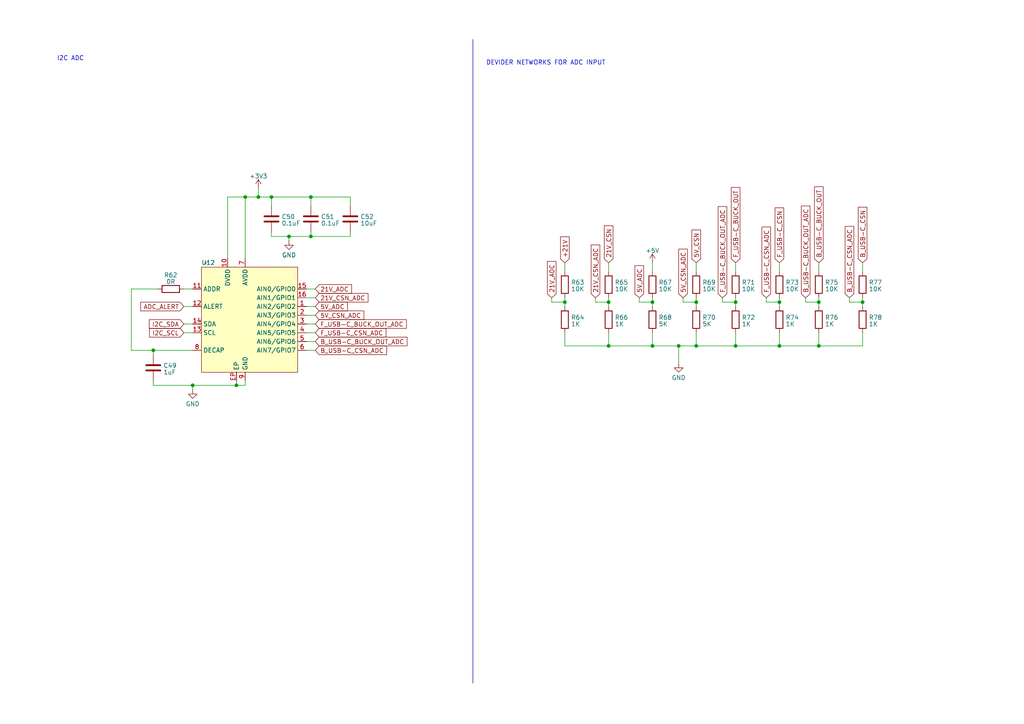
<source format=kicad_sch>
(kicad_sch (version 20230121) (generator eeschema)
  (paper "A4")
  (lib_symbols
    (symbol "CARTHING:ADS7128"
      (property "Reference" "U" (at -11.43 16.51 0))
      (symbol "ADS7128_1_1"
        (rectangle (start -12.7 15.24) (end 15.24 -15.24) (fill (type background)))
        (pin bidirectional line (at 17.78 3.81 180) (length 2.54) (name "AIN2/GPIO2") (number "1"))
        (pin power_in line (at -5.08 17.78 270) (length 2.54) (name "DVDD") (number "10"))
        (pin input line (at -15.24 8.89 0) (length 2.54) (name "ADDR") (number "11"))
        (pin output line (at -15.24 3.81 0) (length 2.54) (name "ALERT") (number "12"))
        (pin bidirectional line (at -15.24 -3.81 0) (length 2.54) (name "SCL") (number "13"))
        (pin bidirectional line (at -15.24 -1.27 0) (length 2.54) (name "SDA") (number "14"))
        (pin bidirectional line (at 17.78 8.89 180) (length 2.54) (name "AIN0/GPIO0") (number "15"))
        (pin bidirectional line (at 17.78 6.35 180) (length 2.54) (name "AIN1/GPIO1") (number "16"))
        (pin bidirectional line (at 17.78 1.27 180) (length 2.54) (name "AIN3/GPIO3") (number "2"))
        (pin bidirectional line (at 17.78 -1.27 180) (length 2.54) (name "AIN4/GPIO4") (number "3"))
        (pin bidirectional line (at 17.78 -3.81 180) (length 2.54) (name "AIN5/GPIO5") (number "4"))
        (pin bidirectional line (at 17.78 -6.35 180) (length 2.54) (name "AIN6/GPIO6") (number "5"))
        (pin bidirectional line (at 17.78 -8.89 180) (length 2.54) (name "AIN7/GPIO7") (number "6"))
        (pin power_in line (at 0 17.78 270) (length 2.54) (name "AVDD") (number "7"))
        (pin power_in line (at -15.24 -8.89 0) (length 2.54) (name "DECAP") (number "8"))
        (pin power_in line (at 0 -17.78 90) (length 2.54) (name "GND") (number "9"))
        (pin free line (at -2.54 -17.78 90) (length 2.54) (name "EP") (number "EP"))
      )
    )
    (symbol "Device:C" (pin_numbers hide) (pin_names (offset 0.254))
      (property "Reference" "C" (at 0.635 2.54 0))
      (property "Value" "C" (at 0.635 -2.54 0))
      (symbol "C_0_1"
        (polyline (pts (xy -2.032 -0.762) (xy 2.032 -0.762)) (stroke (width 0.508)))
        (polyline (pts (xy -2.032 0.762) (xy 2.032 0.762)) (stroke (width 0.508)))
      )
      (symbol "C_1_1"
        (pin passive line (at 0 3.81 270) (length 2.794) (name "~") (number "1"))
        (pin passive line (at 0 -3.81 90) (length 2.794) (name "~") (number "2"))
      )
    )
    (symbol "Device:R" (pin_numbers hide) (pin_names (offset 0))
      (property "Reference" "R" (at 2.032 0 90))
      (property "Value" "R" (at 0 0 90))
      (symbol "R_0_1"
        (rectangle (start -1.016 -2.54) (end 1.016 2.54) (stroke (width 0.254)))
      )
      (symbol "R_1_1"
        (pin passive line (at 0 3.81 270) (length 1.27) (name "~") (number "1"))
        (pin passive line (at 0 -3.81 90) (length 1.27) (name "~") (number "2"))
      )
    )
    (symbol "power:+3V3" (power) (pin_names (offset 0))
      (property "Value" "+3V3" (at 0 3.556 0))
      (symbol "+3V3_0_1"
        (polyline (pts (xy -0.762 1.27) (xy 0 2.54)))
        (polyline (pts (xy 0 0) (xy 0 2.54)))
        (polyline (pts (xy 0 2.54) (xy 0.762 1.27)))
      )
      (symbol "+3V3_1_1"
        (pin power_in line (at 0 0 90) (length 0) hide (name "+3V3") (number "1"))
      )
    )
    (symbol "power:+5V" (power) (pin_names (offset 0))
      (property "Value" "+5V" (at 0 3.556 0))
      (symbol "+5V_0_1"
        (polyline (pts (xy -0.762 1.27) (xy 0 2.54)))
        (polyline (pts (xy 0 0) (xy 0 2.54)))
        (polyline (pts (xy 0 2.54) (xy 0.762 1.27)))
      )
      (symbol "+5V_1_1"
        (pin power_in line (at 0 0 90) (length 0) hide (name "+5V") (number "1"))
      )
    )
    (symbol "power:GND" (power) (pin_names (offset 0))
      (property "Value" "GND" (at 0 -3.81 0))
      (symbol "GND_0_1"
        (polyline (pts (xy 0 0) (xy 0 -1.27) (xy 1.27 -1.27) (xy 0 -2.54) (xy -1.27 -1.27) (xy 0 -1.27)))
      )
      (symbol "GND_1_1"
        (pin power_in line (at 0 0 270) (length 0) hide (name "GND") (number "1"))
      )
    )
  )
  (junction (at 74.93 57.15))
  (junction (at 226.06 87.63))
  (junction (at 83.82 68.58))
  (junction (at 78.74 57.15))
  (junction (at 189.23 100.33))
  (junction (at 226.06 100.33))
  (junction (at 189.23 87.63))
  (junction (at 201.93 100.33))
  (junction (at 90.17 57.15))
  (junction (at 237.49 87.63))
  (junction (at 55.88 111.76))
  (junction (at 44.45 101.6))
  (junction (at 250.19 87.63))
  (junction (at 196.85 100.33))
  (junction (at 71.12 57.15))
  (junction (at 163.83 87.63))
  (junction (at 237.49 100.33))
  (junction (at 176.53 87.63))
  (junction (at 90.17 68.58))
  (junction (at 201.93 87.63))
  (junction (at 176.53 100.33))
  (junction (at 68.58 111.76))
  (junction (at 213.36 100.33))
  (junction (at 213.36 87.63))
  (wire (pts (xy 163.83 87.63) (xy 163.83 88.9)))
  (wire (pts (xy 71.12 111.76) (xy 71.12 110.49)))
  (wire (pts (xy 250.19 86.36) (xy 250.19 87.63)))
  (wire (pts (xy 163.83 86.36) (xy 163.83 87.63)))
  (wire (pts (xy 101.6 57.15) (xy 90.17 57.15)))
  (wire (pts (xy 250.19 87.63) (xy 250.19 88.9)))
  (wire (pts (xy 163.83 100.33) (xy 176.53 100.33)))
  (wire (pts (xy 176.53 76.2) (xy 176.53 78.74)))
  (wire (pts (xy 198.12 87.63) (xy 201.93 87.63)))
  (wire (pts (xy 38.1 101.6) (xy 44.45 101.6)))
  (wire (pts (xy 226.06 96.52) (xy 226.06 100.33)))
  (wire (pts (xy 38.1 83.82) (xy 38.1 101.6)))
  (wire (pts (xy 44.45 101.6) (xy 55.88 101.6)))
  (wire (pts (xy 250.19 76.2) (xy 250.19 78.74)))
  (wire (pts (xy 233.68 86.36) (xy 233.68 87.63)))
  (wire (pts (xy 163.83 76.2) (xy 163.83 78.74)))
  (wire (pts (xy 237.49 87.63) (xy 237.49 88.9)))
  (wire (pts (xy 53.34 93.98) (xy 55.88 93.98)))
  (wire (pts (xy 189.23 100.33) (xy 196.85 100.33)))
  (wire (pts (xy 88.9 96.52) (xy 91.44 96.52)))
  (wire (pts (xy 209.55 87.63) (xy 213.36 87.63)))
  (wire (pts (xy 226.06 100.33) (xy 237.49 100.33)))
  (wire (pts (xy 101.6 59.69) (xy 101.6 57.15)))
  (wire (pts (xy 198.12 86.36) (xy 198.12 87.63)))
  (wire (pts (xy 237.49 100.33) (xy 250.19 100.33)))
  (wire (pts (xy 71.12 57.15) (xy 74.93 57.15)))
  (wire (pts (xy 222.25 86.36) (xy 222.25 87.63)))
  (wire (pts (xy 196.85 100.33) (xy 196.85 105.41)))
  (wire (pts (xy 246.38 86.36) (xy 246.38 87.63)))
  (wire (pts (xy 185.42 86.36) (xy 185.42 87.63)))
  (wire (pts (xy 201.93 96.52) (xy 201.93 100.33)))
  (wire (pts (xy 88.9 99.06) (xy 91.44 99.06)))
  (wire (pts (xy 201.93 86.36) (xy 201.93 87.63)))
  (wire (pts (xy 68.58 111.76) (xy 71.12 111.76)))
  (wire (pts (xy 201.93 76.2) (xy 201.93 78.74)))
  (wire (pts (xy 226.06 76.2) (xy 226.06 78.74)))
  (wire (pts (xy 246.38 87.63) (xy 250.19 87.63)))
  (wire (pts (xy 189.23 87.63) (xy 189.23 88.9)))
  (wire (pts (xy 226.06 86.36) (xy 226.06 87.63)))
  (wire (pts (xy 88.9 83.82) (xy 91.44 83.82)))
  (wire (pts (xy 250.19 100.33) (xy 250.19 96.52)))
  (wire (pts (xy 53.34 88.9) (xy 55.88 88.9)))
  (wire (pts (xy 44.45 101.6) (xy 44.45 102.87)))
  (wire (pts (xy 213.36 86.36) (xy 213.36 87.63)))
  (wire (pts (xy 176.53 86.36) (xy 176.53 87.63)))
  (wire (pts (xy 90.17 68.58) (xy 90.17 67.31)))
  (wire (pts (xy 189.23 86.36) (xy 189.23 87.63)))
  (wire (pts (xy 90.17 57.15) (xy 78.74 57.15)))
  (wire (pts (xy 176.53 96.52) (xy 176.53 100.33)))
  (wire (pts (xy 38.1 83.82) (xy 45.72 83.82)))
  (wire (pts (xy 66.04 57.15) (xy 71.12 57.15)))
  (wire (pts (xy 74.93 57.15) (xy 78.74 57.15)))
  (wire (pts (xy 237.49 76.2) (xy 237.49 78.74)))
  (wire (pts (xy 88.9 93.98) (xy 91.44 93.98)))
  (wire (pts (xy 78.74 68.58) (xy 83.82 68.58)))
  (wire (pts (xy 160.02 87.63) (xy 163.83 87.63)))
  (wire (pts (xy 74.93 54.61) (xy 74.93 57.15)))
  (wire (pts (xy 201.93 100.33) (xy 213.36 100.33)))
  (wire (pts (xy 101.6 67.31) (xy 101.6 68.58)))
  (wire (pts (xy 213.36 100.33) (xy 226.06 100.33)))
  (wire (pts (xy 176.53 100.33) (xy 189.23 100.33)))
  (wire (pts (xy 66.04 74.93) (xy 66.04 57.15)))
  (wire (pts (xy 88.9 86.36) (xy 91.44 86.36)))
  (wire (pts (xy 172.72 86.36) (xy 172.72 87.63)))
  (wire (pts (xy 78.74 57.15) (xy 78.74 59.69)))
  (wire (pts (xy 222.25 87.63) (xy 226.06 87.63)))
  (wire (pts (xy 213.36 96.52) (xy 213.36 100.33)))
  (wire (pts (xy 201.93 87.63) (xy 201.93 88.9)))
  (wire (pts (xy 185.42 87.63) (xy 189.23 87.63)))
  (wire (pts (xy 209.55 86.36) (xy 209.55 87.63)))
  (wire (pts (xy 237.49 86.36) (xy 237.49 87.63)))
  (wire (pts (xy 189.23 76.2) (xy 189.23 78.74)))
  (wire (pts (xy 163.83 96.52) (xy 163.83 100.33)))
  (polyline (pts (xy 137.16 11.43) (xy 137.16 198.12)))
  (wire (pts (xy 83.82 68.58) (xy 83.82 69.85)))
  (wire (pts (xy 78.74 67.31) (xy 78.74 68.58)))
  (wire (pts (xy 88.9 101.6) (xy 91.44 101.6)))
  (wire (pts (xy 68.58 111.76) (xy 55.88 111.76)))
  (wire (pts (xy 189.23 96.52) (xy 189.23 100.33)))
  (wire (pts (xy 237.49 96.52) (xy 237.49 100.33)))
  (wire (pts (xy 90.17 59.69) (xy 90.17 57.15)))
  (wire (pts (xy 213.36 87.63) (xy 213.36 88.9)))
  (wire (pts (xy 213.36 76.2) (xy 213.36 78.74)))
  (wire (pts (xy 101.6 68.58) (xy 90.17 68.58)))
  (wire (pts (xy 172.72 87.63) (xy 176.53 87.63)))
  (wire (pts (xy 68.58 110.49) (xy 68.58 111.76)))
  (wire (pts (xy 83.82 68.58) (xy 90.17 68.58)))
  (wire (pts (xy 88.9 88.9) (xy 91.44 88.9)))
  (wire (pts (xy 55.88 111.76) (xy 55.88 113.03)))
  (wire (pts (xy 44.45 111.76) (xy 44.45 110.49)))
  (wire (pts (xy 53.34 96.52) (xy 55.88 96.52)))
  (wire (pts (xy 53.34 83.82) (xy 55.88 83.82)))
  (wire (pts (xy 71.12 74.93) (xy 71.12 57.15)))
  (wire (pts (xy 55.88 111.76) (xy 44.45 111.76)))
  (wire (pts (xy 160.02 86.36) (xy 160.02 87.63)))
  (wire (pts (xy 196.85 100.33) (xy 201.93 100.33)))
  (wire (pts (xy 226.06 87.63) (xy 226.06 88.9)))
  (wire (pts (xy 233.68 87.63) (xy 237.49 87.63)))
  (wire (pts (xy 176.53 87.63) (xy 176.53 88.9)))
  (wire (pts (xy 88.9 91.44) (xy 91.44 91.44)))
  (text "I2C ADC" (at 16.51 17.78 0) (effects (font (size 1.27 1.27)) (justify left bottom)))
  (text "DEVIDER NETWORKS FOR ADC INPUT" (at 140.97 19.05 0) (effects (font (size 1.27 1.27)) (justify left bottom)))
  (global_label "B_USB-C_CSN_ADC" (shape input) (at 91.44 101.6 0) (property "Intersheetrefs" "${INTERSHEET_REFS}" (effects hide)))
  (global_label "B_USB-C_BUCK_OUT_ADC" (shape input) (at 233.68 86.36 90) (property "Intersheetrefs" "${INTERSHEET_REFS}" (effects hide)))
  (global_label "F_USB-C_BUCK_OUT" (shape input) (at 213.36 76.2 90) (property "Intersheetrefs" "${INTERSHEET_REFS}" (effects hide)))
  (global_label "21V_ADC" (shape input) (at 91.44 83.82 0) (property "Intersheetrefs" "${INTERSHEET_REFS}" (effects hide)))
  (global_label "5V_CSN_ADC" (shape input) (at 198.12 86.36 90) (property "Intersheetrefs" "${INTERSHEET_REFS}" (effects hide)))
  (global_label "F_USB-C_BUCK_OUT_ADC" (shape input) (at 209.55 86.36 90) (property "Intersheetrefs" "${INTERSHEET_REFS}" (effects hide)))
  (global_label "B_USB-C_BUCK_OUT" (shape input) (at 237.49 76.2 90) (property "Intersheetrefs" "${INTERSHEET_REFS}" (effects hide)))
  (global_label "+21V" (shape input) (at 163.83 76.2 90) (property "Intersheetrefs" "${INTERSHEET_REFS}" (effects hide)))
  (global_label "F_USB-C_BUCK_OUT_ADC" (shape input) (at 91.44 93.98 0) (property "Intersheetrefs" "${INTERSHEET_REFS}" (effects hide)))
  (global_label "21V_CSN_ADC" (shape input) (at 91.44 86.36 0) (property "Intersheetrefs" "${INTERSHEET_REFS}" (effects hide)))
  (global_label "B_USB-C_BUCK_OUT_ADC" (shape input) (at 91.44 99.06 0) (property "Intersheetrefs" "${INTERSHEET_REFS}" (effects hide)))
  (global_label "F_USB-C_CSN_ADC" (shape input) (at 91.44 96.52 0) (property "Intersheetrefs" "${INTERSHEET_REFS}" (effects hide)))
  (global_label "B_USB-C_CSN_ADC" (shape input) (at 246.38 86.36 90) (property "Intersheetrefs" "${INTERSHEET_REFS}" (effects hide)))
  (global_label "I2C_SCL" (shape input) (at 53.34 96.52 180) (property "Intersheetrefs" "${INTERSHEET_REFS}" (effects hide)))
  (global_label "21V_ADC" (shape input) (at 160.02 86.36 90) (property "Intersheetrefs" "${INTERSHEET_REFS}" (effects hide)))
  (global_label "I2C_SDA" (shape input) (at 53.34 93.98 180) (property "Intersheetrefs" "${INTERSHEET_REFS}" (effects hide)))
  (global_label "5V_CSN_ADC" (shape input) (at 91.44 91.44 0) (property "Intersheetrefs" "${INTERSHEET_REFS}" (effects hide)))
  (global_label "5V_ADC" (shape input) (at 91.44 88.9 0) (property "Intersheetrefs" "${INTERSHEET_REFS}" (effects hide)))
  (global_label "5V_CSN" (shape input) (at 201.93 76.2 90) (property "Intersheetrefs" "${INTERSHEET_REFS}" (effects hide)))
  (global_label "21V_CSN_ADC" (shape input) (at 172.72 86.36 90) (property "Intersheetrefs" "${INTERSHEET_REFS}" (effects hide)))
  (global_label "F_USB-C_CSN" (shape input) (at 226.06 76.2 90) (property "Intersheetrefs" "${INTERSHEET_REFS}" (effects hide)))
  (global_label "5V_ADC" (shape input) (at 185.42 86.36 90) (property "Intersheetrefs" "${INTERSHEET_REFS}" (effects hide)))
  (global_label "ADC_ALERT" (shape input) (at 53.34 88.9 180) (property "Intersheetrefs" "${INTERSHEET_REFS}" (effects hide)))
  (global_label "21V_CSN" (shape input) (at 176.53 76.2 90) (property "Intersheetrefs" "${INTERSHEET_REFS}" (effects hide)))
  (global_label "F_USB-C_CSN_ADC" (shape input) (at 222.25 86.36 90) (property "Intersheetrefs" "${INTERSHEET_REFS}" (effects hide)))
  (global_label "B_USB-C_CSN" (shape input) (at 250.19 76.2 90) (property "Intersheetrefs" "${INTERSHEET_REFS}" (effects hide)))
  (symbol (lib_id "Device:R") (at 163.83 82.55 0) (unit 1)
    (property "Reference" "R63" (at 165.608 81.9063 0) (effects (justify left)))
    (property "Value" "10K" (at 165.608 83.8273 0) (effects (justify left)))
  )
  (symbol (lib_id "Device:C") (at 101.6 63.5 0) (unit 1)
    (property "Reference" "C52" (at 104.521 62.8563 0) (effects (justify left)))
    (property "Value" "10uF" (at 104.521 64.7773 0) (effects (justify left)))
    (property "Footprint" "Capacitor_SMD:C_0603_1608Metric" (effects hide))
  )
  (symbol (lib_id "CARTHING:ADS7128") (at 71.12 92.71 0) (unit 1)
    (property "Reference" "U12" (at 58.42 76.2 0) (effects (justify left)))
    (property "Value" "~" (at 59.69 76.2 0))
  )
  (symbol (lib_id "Device:R") (at 163.83 92.71 0) (unit 1)
    (property "Reference" "R64" (at 165.608 92.0663 0) (effects (justify left)))
    (property "Value" "1K" (at 165.608 93.9873 0) (effects (justify left)))
  )
  (symbol (lib_id "Device:R") (at 189.23 82.55 0) (unit 1)
    (property "Reference" "R67" (at 191.008 81.9063 0) (effects (justify left)))
    (property "Value" "10K" (at 191.008 83.8273 0) (effects (justify left)))
  )
  (symbol (lib_id "Device:R") (at 189.23 92.71 0) (unit 1)
    (property "Reference" "R68" (at 191.008 92.0663 0) (effects (justify left)))
    (property "Value" "5K" (at 191.008 93.9873 0) (effects (justify left)))
  )
  (symbol (lib_id "Device:R") (at 237.49 92.71 0) (unit 1)
    (property "Reference" "R76" (at 239.268 92.0663 0) (effects (justify left)))
    (property "Value" "1K" (at 239.268 93.9873 0) (effects (justify left)))
  )
  (symbol (lib_id "Device:C") (at 78.74 63.5 0) (unit 1)
    (property "Reference" "C50" (at 81.661 62.8563 0) (effects (justify left)))
    (property "Value" "0.1uF" (at 81.661 64.7773 0) (effects (justify left)))
    (property "Footprint" "Capacitor_SMD:C_0603_1608Metric" (effects hide))
  )
  (symbol (lib_id "Device:R") (at 201.93 82.55 0) (unit 1)
    (property "Reference" "R69" (at 203.708 81.9063 0) (effects (justify left)))
    (property "Value" "10K" (at 203.708 83.8273 0) (effects (justify left)))
  )
  (symbol (lib_id "power:+5V") (at 189.23 76.2 0) (unit 1)
    (property "Reference" "#PWR064" (effects hide))
    (property "Value" "+5V" (at 189.23 72.6981 0))
  )
  (symbol (lib_id "power:+3V3") (at 74.93 54.61 0) (unit 1)
    (property "Reference" "#PWR062" (effects hide))
    (property "Value" "+3V3" (at 74.93 51.1081 0))
  )
  (symbol (lib_id "Device:R") (at 250.19 82.55 0) (unit 1)
    (property "Reference" "R77" (at 251.968 81.9063 0) (effects (justify left)))
    (property "Value" "10K" (at 251.968 83.8273 0) (effects (justify left)))
  )
  (symbol (lib_id "Device:R") (at 176.53 82.55 0) (unit 1)
    (property "Reference" "R65" (at 178.308 81.9063 0) (effects (justify left)))
    (property "Value" "10K" (at 178.308 83.8273 0) (effects (justify left)))
  )
  (symbol (lib_id "Device:R") (at 226.06 82.55 0) (unit 1)
    (property "Reference" "R73" (at 227.838 81.9063 0) (effects (justify left)))
    (property "Value" "10K" (at 227.838 83.8273 0) (effects (justify left)))
  )
  (symbol (lib_id "Device:R") (at 226.06 92.71 0) (unit 1)
    (property "Reference" "R74" (at 227.838 92.0663 0) (effects (justify left)))
    (property "Value" "1K" (at 227.838 93.9873 0) (effects (justify left)))
  )
  (symbol (lib_id "Device:R") (at 213.36 82.55 0) (unit 1)
    (property "Reference" "R71" (at 215.138 81.9063 0) (effects (justify left)))
    (property "Value" "10K" (at 215.138 83.8273 0) (effects (justify left)))
  )
  (symbol (lib_id "Device:R") (at 49.53 83.82 90) (unit 1)
    (property "Reference" "R62" (at 49.53 79.7941 90))
    (property "Value" "0R" (at 49.53 81.7151 90))
  )
  (symbol (lib_id "power:GND") (at 196.85 105.41 0) (unit 1)
    (property "Reference" "#PWR065" (effects hide))
    (property "Value" "GND" (at 196.85 109.5455 0))
  )
  (symbol (lib_id "Device:R") (at 213.36 92.71 0) (unit 1)
    (property "Reference" "R72" (at 215.138 92.0663 0) (effects (justify left)))
    (property "Value" "1K" (at 215.138 93.9873 0) (effects (justify left)))
  )
  (symbol (lib_id "Device:C") (at 44.45 106.68 0) (unit 1)
    (property "Reference" "C49" (at 47.371 106.0363 0) (effects (justify left)))
    (property "Value" "1uF" (at 47.371 107.9573 0) (effects (justify left)))
    (property "Footprint" "Capacitor_SMD:C_0603_1608Metric" (effects hide))
  )
  (symbol (lib_id "Device:R") (at 250.19 92.71 0) (unit 1)
    (property "Reference" "R78" (at 251.968 92.0663 0) (effects (justify left)))
    (property "Value" "1K" (at 251.968 93.9873 0) (effects (justify left)))
  )
  (symbol (lib_id "power:GND") (at 55.88 113.03 0) (unit 1)
    (property "Reference" "#PWR061" (effects hide))
    (property "Value" "GND" (at 55.88 117.1655 0))
  )
  (symbol (lib_id "Device:C") (at 90.17 63.5 0) (unit 1)
    (property "Reference" "C51" (at 93.091 62.8563 0) (effects (justify left)))
    (property "Value" "0.1uF" (at 93.091 64.7773 0) (effects (justify left)))
    (property "Footprint" "Capacitor_SMD:C_0603_1608Metric" (effects hide))
  )
  (symbol (lib_id "power:GND") (at 83.82 69.85 0) (unit 1)
    (property "Reference" "#PWR063" (effects hide))
    (property "Value" "GND" (at 83.82 73.9855 0))
  )
  (symbol (lib_id "Device:R") (at 237.49 82.55 0) (unit 1)
    (property "Reference" "R75" (at 239.268 81.9063 0) (effects (justify left)))
    (property "Value" "10K" (at 239.268 83.8273 0) (effects (justify left)))
  )
  (symbol (lib_id "Device:R") (at 201.93 92.71 0) (unit 1)
    (property "Reference" "R70" (at 203.708 92.0663 0) (effects (justify left)))
    (property "Value" "5K" (at 203.708 93.9873 0) (effects (justify left)))
  )
  (symbol (lib_id "Device:R") (at 176.53 92.71 0) (unit 1)
    (property "Reference" "R66" (at 178.308 92.0663 0) (effects (justify left)))
    (property "Value" "1K" (at 178.308 93.9873 0) (effects (justify left)))
  )
)
</source>
